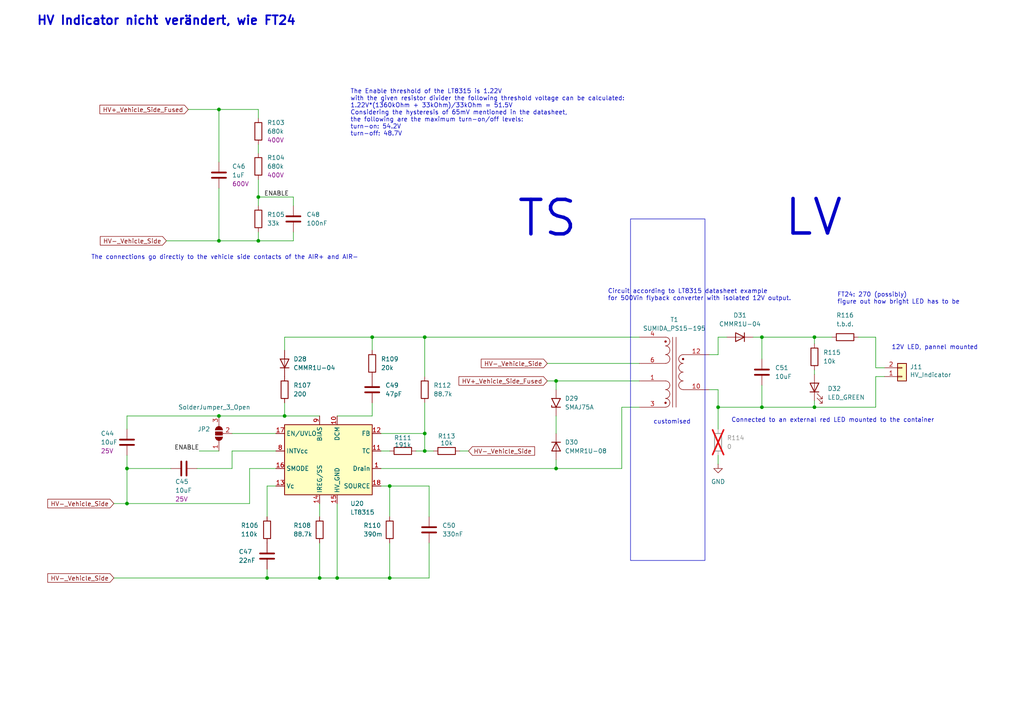
<source format=kicad_sch>
(kicad_sch (version 20250114) (generator "eeschema") (generator_version "9.0")
  (paper "A4")
  (title_block (title "HV Indicator Driver") (date "2025-03-09") (rev "V1") (comment 1 "Lene Marquardt"))
  (lib_symbols
    (symbol "Connector_Generic:Conn_01x02" (pin_names (offset 1.016) (hide yes))
      (property "Reference" "J" (at 0 2.54 0))
      (property "Value" "Conn_01x02" (at 0 -5.08 0))
      (symbol "Conn_01x02_1_1"
        (rectangle (start -1.27 1.27) (end 1.27 -3.81) (stroke (width 0.254)) (fill (type background)))
        (rectangle (start -1.27 0.127) (end 0 -0.127) (stroke (width 0.1524)))
        (rectangle (start -1.27 -2.413) (end 0 -2.667) (stroke (width 0.1524)))
        (pin passive line (at -5.08 0 0) (length 3.81) (name "Pin_1") (number "1"))
        (pin passive line (at -5.08 -2.54 0) (length 3.81) (name "Pin_2") (number "2"))
      )
    )
    (symbol "Device:C" (pin_numbers (hide yes)) (pin_names (offset 0.254))
      (property "Reference" "C" (at 0.635 2.54 0))
      (property "Value" "C" (at 0.635 -2.54 0))
      (symbol "C_0_1"
        (polyline (pts (xy -2.032 0.762) (xy 2.032 0.762)) (stroke (width 0.508)))
        (polyline (pts (xy -2.032 -0.762) (xy 2.032 -0.762)) (stroke (width 0.508)))
      )
      (symbol "C_1_1"
        (pin passive line (at 0 3.81 270) (length 2.794) (name "~") (number "1"))
        (pin passive line (at 0 -3.81 90) (length 2.794) (name "~") (number "2"))
      )
    )
    (symbol "Device:LED" (pin_numbers (hide yes)) (pin_names (offset 1.016) (hide yes))
      (property "Reference" "D" (at 0 2.54 0))
      (property "Value" "LED" (at 0 -2.54 0))
      (symbol "LED_0_1"
        (polyline (pts (xy -3.048 -0.762) (xy -4.572 -2.286) (xy -3.81 -2.286) (xy -4.572 -2.286) (xy -4.572 -1.524)))
        (polyline (pts (xy -1.778 -0.762) (xy -3.302 -2.286) (xy -2.54 -2.286) (xy -3.302 -2.286) (xy -3.302 -1.524)))
        (polyline (pts (xy -1.27 0) (xy 1.27 0)))
        (polyline (pts (xy -1.27 -1.27) (xy -1.27 1.27)) (stroke (width 0.254)))
        (polyline (pts (xy 1.27 -1.27) (xy 1.27 1.27) (xy -1.27 0) (xy 1.27 -1.27)) (stroke (width 0.254)))
      )
      (symbol "LED_1_1"
        (pin passive line (at -3.81 0 0) (length 2.54) (name "K") (number "1"))
        (pin passive line (at 3.81 0 180) (length 2.54) (name "A") (number "2"))
      )
    )
    (symbol "Device:R" (pin_numbers (hide yes)) (pin_names (offset 0))
      (property "Reference" "R" (at 2.032 0 90))
      (property "Value" "R" (at 0 0 90))
      (symbol "R_0_1"
        (rectangle (start -1.016 -2.54) (end 1.016 2.54) (stroke (width 0.254)))
      )
      (symbol "R_1_1"
        (pin passive line (at 0 3.81 270) (length 1.27) (name "~") (number "1"))
        (pin passive line (at 0 -3.81 90) (length 1.27) (name "~") (number "2"))
      )
    )
    (symbol "HV_Indicator:CMMR1U-04" (pin_numbers (hide yes)) (pin_names (offset 1.016) (hide yes))
      (property "Reference" "D" (at 0 2.54 0))
      (property "Value" "CMMR1U-04" (at 0 -2.54 0))
      (symbol "CMMR1U-04_0_1"
        (polyline (pts (xy -1.27 1.27) (xy -1.27 -1.27)) (stroke (width 0.254)))
        (polyline (pts (xy 1.27 1.27) (xy 1.27 -1.27) (xy -1.27 0) (xy 1.27 1.27)) (stroke (width 0.254)))
        (polyline (pts (xy 1.27 0) (xy -1.27 0)))
      )
      (symbol "CMMR1U-04_1_1"
        (pin passive line (at -3.81 0 0) (length 2.54) (name "K") (number "1"))
        (pin passive line (at 3.81 0 180) (length 2.54) (name "A") (number "2"))
      )
    )
    (symbol "HV_Indicator:CMMR1U-08" (pin_numbers (hide yes)) (pin_names (offset 1.016) (hide yes))
      (property "Reference" "D" (at 0 2.54 0))
      (property "Value" "CMMR1U-08" (at 0 -2.54 0))
      (symbol "CMMR1U-08_0_1"
        (polyline (pts (xy -1.27 1.27) (xy -1.27 -1.27)) (stroke (width 0.254)))
        (polyline (pts (xy 1.27 1.27) (xy 1.27 -1.27) (xy -1.27 0) (xy 1.27 1.27)) (stroke (width 0.254)))
        (polyline (pts (xy 1.27 0) (xy -1.27 0)))
      )
      (symbol "CMMR1U-08_1_1"
        (pin passive line (at -3.81 0 0) (length 2.54) (name "K") (number "1"))
        (pin passive line (at 3.81 0 180) (length 2.54) (name "A") (number "2"))
      )
    )
    (symbol "HV_Indicator:LT8315"
      (property "Reference" "U901" (at 6.35 -12.7 0))
      (property "Value" "LT8315" (at 6.35 -15.24 0))
      (symbol "LT8315_0_1"
        (rectangle (start -12.7 10.16) (end 12.7 -10.16) (stroke (width 0.254)) (fill (type background)))
      )
      (symbol "LT8315_1_1"
        (pin input line (at -15.24 7.62 0) (length 2.54) (name "EN/UVLO") (number "17"))
        (pin passive line (at -15.24 2.54 0) (length 2.54) (name "INTVcc") (number "8"))
        (pin input line (at -15.24 -2.54 0) (length 2.54) (name "SMODE") (number "16"))
        (pin input line (at -15.24 -7.62 0) (length 2.54) (name "Vc") (number "13"))
        (pin no_connect line (at -7.62 -12.7 90) (length 2.54) (hide yes) (name "N.C.") (number "19"))
        (pin passive line (at -2.54 12.7 270) (length 2.54) (name "BIAS") (number "9"))
        (pin input line (at -2.54 -12.7 90) (length 2.54) (name "IREG/SS") (number "14"))
        (pin passive line (at 2.54 12.7 270) (length 2.54) (name "DCM") (number "10"))
        (pin power_in line (at 2.54 -12.7 90) (length 2.54) (name "HV_GND") (number "15"))
        (pin power_in line (at 2.54 -12.7 90) (length 2.54) (hide yes) (name "HV_GND") (number "20"))
        (pin power_in line (at 2.54 -12.7 90) (length 2.54) (hide yes) (name "HV_GND") (number "21"))
        (pin input line (at 15.24 7.62 180) (length 2.54) (name "FB") (number "12"))
        (pin input line (at 15.24 2.54 180) (length 2.54) (name "TC") (number "11"))
        (pin open_collector line (at 15.24 -2.54 180) (length 2.54) (name "Drain") (number "1"))
        (pin open_collector line (at 15.24 -2.54 180) (length 2.54) (hide yes) (name "Drain") (number "2"))
        (pin open_collector line (at 15.24 -2.54 180) (length 2.54) (hide yes) (name "Drain") (number "3"))
        (pin passive line (at 15.24 -7.62 180) (length 2.54) (name "SOURCE") (number "18"))
      )
    )
    (symbol "HV_Indicator:SMAJ75A" (pin_numbers (hide yes)) (pin_names (offset 1.016) (hide yes))
      (property "Reference" "D" (at 0 2.54 0))
      (property "Value" "SMAJ75A" (at 0 -2.54 0))
      (symbol "SMAJ75A_0_1"
        (polyline (pts (xy -0.762 1.27) (xy -1.27 1.27) (xy -1.27 -1.27)) (stroke (width 0.254)))
        (polyline (pts (xy 1.27 1.27) (xy 1.27 -1.27) (xy -1.27 0) (xy 1.27 1.27)) (stroke (width 0.254)))
      )
      (symbol "SMAJ75A_1_1"
        (pin passive line (at -3.81 0 0) (length 2.54) (name "A1") (number "1"))
        (pin passive line (at 3.81 0 180) (length 2.54) (name "A2") (number "2"))
      )
    )
    (symbol "HV_Indicator:SUMIDA_PS15-195" (pin_names (offset 1.016) (hide yes))
      (property "Reference" "T" (at 0 12.7 0))
      (property "Value" "SUMIDA_PS15-195" (at 0 -12.7 0))
      (symbol "SUMIDA_PS15-195_0_1"
        (circle (center -2.54 8.89) (radius 0.254) (fill (type outline)))
        (circle (center -2.54 -8.89) (radius 0.254) (fill (type outline)))
        (arc (start -1.2954 8.89) (mid -1.6599 8.0099) (end -2.54 7.6454))
        (arc (start -1.2954 6.35) (mid -1.6599 5.4699) (end -2.54 5.1054))
        (arc (start -1.2954 3.81) (mid -1.6599 2.9299) (end -2.54 2.5654))
        (arc (start -1.2954 -3.81) (mid -1.6599 -4.6901) (end -2.54 -5.0546))
        (arc (start -1.2954 -6.35) (mid -1.6599 -7.2301) (end -2.54 -7.5946))
        (arc (start -1.2954 -8.89) (mid -1.6599 -9.7701) (end -2.54 -10.1346))
        (arc (start -2.54 10.16) (mid -1.6456 9.7916) (end -1.2954 8.89))
        (arc (start -2.54 7.62) (mid -1.6456 7.2516) (end -1.2954 6.35))
        (arc (start -2.54 5.08) (mid -1.6456 4.7116) (end -1.2954 3.81))
        (arc (start -2.54 -2.54) (mid -1.6456 -2.9084) (end -1.2954 -3.81))
        (arc (start -2.54 -5.08) (mid -1.6456 -5.4484) (end -1.2954 -6.35))
        (arc (start -2.54 -7.62) (mid -1.6456 -7.9884) (end -1.2954 -8.89))
        (polyline (pts (xy -0.508 10.16) (xy -0.508 -10.16)))
        (polyline (pts (xy 0.508 -10.16) (xy 0.508 10.16)))
        (arc (start 1.27 3.81) (mid 1.642 4.708) (end 2.54 5.08))
        (circle (center 2.54 3.81) (radius 0.254) (fill (type outline)))
        (arc (start 1.27 1.27) (mid 1.642 2.168) (end 2.54 2.54))
        (arc (start 1.27 -1.27) (mid 1.642 -0.372) (end 2.54 0))
        (arc (start 1.27 -3.81) (mid 1.642 -2.912) (end 2.54 -2.54))
        (arc (start 2.54 2.5654) (mid 1.656 2.9336) (end 1.27 3.81))
        (arc (start 2.54 0.0254) (mid 1.656 0.3936) (end 1.27 1.27))
        (arc (start 2.54 -2.5146) (mid 1.656 -2.1464) (end 1.27 -1.27))
        (arc (start 2.54 -5.0546) (mid 1.656 -4.6864) (end 1.27 -3.81))
      )
      (symbol "SUMIDA_PS15-195_1_1"
        (pin passive line (at -10.16 10.16 0) (length 7.62) (name "~") (number "4"))
        (pin passive line (at -10.16 2.54 0) (length 7.62) (name "~") (number "6"))
        (pin passive line (at -10.16 -2.54 0) (length 7.62) (name "SC") (number "1"))
        (pin passive line (at -10.16 -10.16 0) (length 7.62) (name "SD") (number "3"))
        (pin passive line (at 10.16 5.08 180) (length 7.62) (name "AA") (number "12"))
        (pin passive line (at 10.16 -5.08 180) (length 7.62) (name "AB") (number "10"))
      )
    )
    (symbol "Jumper:SolderJumper_3_Open" (pin_names (offset 0) (hide yes))
      (property "Reference" "JP" (at -2.54 -2.54 0))
      (property "Value" "SolderJumper_3_Open" (at 0 2.794 0))
      (symbol "SolderJumper_3_Open_0_1"
        (polyline (pts (xy -2.54 0) (xy -2.032 0)))
        (polyline (pts (xy -1.016 1.016) (xy -1.016 -1.016)))
        (arc (start -1.016 -1.016) (mid -2.0276 0) (end -1.016 1.016))
        (arc (start -1.016 -1.016) (mid -2.0276 0) (end -1.016 1.016) (fill (type outline)))
        (rectangle (start -0.508 1.016) (end 0.508 -1.016) (fill (type outline)))
        (polyline (pts (xy 0 -1.27) (xy 0 -1.016)))
        (arc (start 1.016 1.016) (mid 2.0276 0) (end 1.016 -1.016))
        (arc (start 1.016 1.016) (mid 2.0276 0) (end 1.016 -1.016) (fill (type outline)))
        (polyline (pts (xy 1.016 1.016) (xy 1.016 -1.016)))
        (polyline (pts (xy 2.54 0) (xy 2.032 0)))
      )
      (symbol "SolderJumper_3_Open_1_1"
        (pin passive line (at -5.08 0 0) (length 2.54) (name "A") (number "1"))
        (pin passive line (at 0 -3.81 90) (length 2.54) (name "C") (number "2"))
        (pin passive line (at 5.08 0 180) (length 2.54) (name "B") (number "3"))
      )
    )
    (symbol "power:GND" (power) (pin_numbers (hide yes)) (pin_names (offset 0) (hide yes))
      (property "Value" "GND" (at 0 -3.81 0))
      (symbol "GND_0_1"
        (polyline (pts (xy 0 0) (xy 0 -1.27) (xy 1.27 -1.27) (xy 0 -2.54) (xy -1.27 -1.27) (xy 0 -1.27)))
      )
      (symbol "GND_1_1"
        (pin power_in line (at 0 0 270) (length 0) (name "~") (number "1"))
      )
    )
  )
  (rectangle (start 182.88 63.5) (end 204.47 162.56))
  (text "FT24: 270 (possibly)\nfigure out how bright LED has to be" (at 242.824 86.614 0) (effects (font (size 1.27 1.27)) (justify left)))
  (text "Connected to an external red LED mounted to the container\n" (at 212.09 122.682 0) (effects (font (size 1.27 1.27)) (justify left bottom)))
  (text "The Enable threshold of the LT8315 is 1.22V\nwith the given resistor divider the following threshold voltage can be calculated:\n1.22V*(1360kOhm + 33kOhm)/33kOhm = 51.5V\nConsidering the hysteresis of 65mV mentioned in the datasheet,\nthe following are the maximum turn-on/off levels:\nturn-on: 54.2V\nturn-off: 48.7V\n" (at 101.6 39.624 0) (effects (font (size 1.27 1.27)) (justify left bottom)))
  (text "HV Indicator nicht verändert, wie FT24" (at 48.26 6.096 0) (effects (font (size 2.54 2.54) (thickness 0.508) (bold yes))))
  (text "customised" (at 189.484 122.428 0) (effects (font (size 1.27 1.27)) (justify left)))
  (text "12V LED, pannel mounted " (at 258.572 100.838 0) (effects (font (size 1.27 1.27)) (justify left)))
  (text "Circuit according to LT8315 datasheet example\nfor 500Vin flyback converter with isolated 12V output." (at 176.276 87.376 0) (effects (font (size 1.27 1.27)) (justify left bottom)))
  (text "LV" (at 235.966 63.246 0) (effects (font (size 10 10) (thickness 1.016) (bold yes))))
  (text "TS" (at 158.75 63.5 0) (effects (font (size 10 10) (thickness 1.016) (bold yes))))
  (text "The connections go directly to the vehicle side contacts of the AIR+ and AIR-" (at 26.416 75.438 0) (effects (font (size 1.27 1.27)) (justify left bottom)))
  (junction (at 161.29 135.89))
  (junction (at 74.93 57.15))
  (junction (at 220.98 118.11))
  (junction (at 113.03 140.97))
  (junction (at 82.55 120.65))
  (junction (at 36.83 146.05))
  (junction (at 97.79 167.64))
  (junction (at 63.5 120.65))
  (junction (at 36.83 135.89))
  (junction (at 123.19 130.81))
  (junction (at 92.71 167.64))
  (junction (at 236.22 97.79))
  (junction (at 220.98 97.79))
  (junction (at 113.03 167.64))
  (junction (at 63.5 31.75))
  (junction (at 123.19 97.79))
  (junction (at 161.29 110.49))
  (junction (at 236.22 118.11))
  (junction (at 77.47 167.64))
  (junction (at 74.93 69.85))
  (junction (at 63.5 69.85))
  (junction (at 107.95 97.79))
  (junction (at 208.28 118.11))
  (junction (at 123.19 125.73))
  (wire (pts (xy 123.19 125.73) (xy 110.49 125.73)))
  (wire (pts (xy 256.54 109.22) (xy 254 109.22)))
  (wire (pts (xy 74.93 69.85) (xy 63.5 69.85)))
  (wire (pts (xy 123.19 109.22) (xy 123.19 97.79)))
  (wire (pts (xy 254 97.79) (xy 248.92 97.79)))
  (wire (pts (xy 72.39 135.89) (xy 80.01 135.89)))
  (wire (pts (xy 82.55 97.79) (xy 107.95 97.79)))
  (wire (pts (xy 77.47 149.86) (xy 77.47 140.97)))
  (wire (pts (xy 63.5 54.61) (xy 63.5 69.85)))
  (wire (pts (xy 254 106.68) (xy 254 97.79)))
  (wire (pts (xy 254 109.22) (xy 254 118.11)))
  (wire (pts (xy 72.39 135.89) (xy 72.39 146.05)))
  (wire (pts (xy 77.47 167.64) (xy 77.47 165.1)))
  (wire (pts (xy 36.83 146.05) (xy 72.39 146.05)))
  (wire (pts (xy 123.19 130.81) (xy 123.19 125.73)))
  (wire (pts (xy 220.98 97.79) (xy 236.22 97.79)))
  (wire (pts (xy 63.5 120.65) (xy 82.55 120.65)))
  (wire (pts (xy 123.19 130.81) (xy 125.73 130.81)))
  (wire (pts (xy 180.34 118.11) (xy 180.34 135.89)))
  (wire (pts (xy 113.03 157.48) (xy 113.03 167.64)))
  (wire (pts (xy 92.71 167.64) (xy 97.79 167.64)))
  (wire (pts (xy 236.22 116.205) (xy 236.22 118.11)))
  (wire (pts (xy 205.74 102.87) (xy 208.28 102.87)))
  (wire (pts (xy 36.83 135.89) (xy 49.53 135.89)))
  (wire (pts (xy 158.75 105.41) (xy 185.42 105.41)))
  (wire (pts (xy 74.93 34.29) (xy 74.93 31.75)))
  (wire (pts (xy 161.29 133.35) (xy 161.29 135.89)))
  (wire (pts (xy 208.28 102.87) (xy 208.28 97.79)))
  (wire (pts (xy 161.29 110.49) (xy 161.29 113.03)))
  (wire (pts (xy 208.28 132.08) (xy 208.28 134.62)))
  (wire (pts (xy 124.46 167.64) (xy 113.03 167.64)))
  (wire (pts (xy 180.34 135.89) (xy 161.29 135.89)))
  (wire (pts (xy 236.22 97.79) (xy 236.22 99.695)))
  (wire (pts (xy 92.71 167.64) (xy 77.47 167.64)))
  (wire (pts (xy 123.19 97.79) (xy 107.95 97.79)))
  (wire (pts (xy 33.02 146.05) (xy 36.83 146.05)))
  (wire (pts (xy 57.785 130.81) (xy 63.5 130.81)))
  (wire (pts (xy 36.83 120.65) (xy 36.83 124.46)))
  (wire (pts (xy 110.49 130.81) (xy 113.03 130.81)))
  (wire (pts (xy 220.98 111.76) (xy 220.98 118.11)))
  (wire (pts (xy 82.55 97.79) (xy 82.55 101.6)))
  (wire (pts (xy 110.49 135.89) (xy 161.29 135.89)))
  (wire (pts (xy 74.93 57.15) (xy 74.93 59.69)))
  (wire (pts (xy 208.28 118.11) (xy 208.28 124.46)))
  (wire (pts (xy 236.22 107.315) (xy 236.22 108.585)))
  (wire (pts (xy 158.75 110.49) (xy 161.29 110.49)))
  (wire (pts (xy 208.28 113.03) (xy 208.28 118.11)))
  (wire (pts (xy 185.42 110.49) (xy 161.29 110.49)))
  (wire (pts (xy 36.83 120.65) (xy 63.5 120.65)))
  (wire (pts (xy 113.03 140.97) (xy 113.03 149.86)))
  (wire (pts (xy 85.09 67.31) (xy 85.09 69.85)))
  (wire (pts (xy 97.79 120.65) (xy 107.95 120.65)))
  (wire (pts (xy 63.5 31.75) (xy 63.5 46.99)))
  (wire (pts (xy 107.95 97.79) (xy 107.95 101.6)))
  (wire (pts (xy 97.79 167.64) (xy 113.03 167.64)))
  (wire (pts (xy 236.22 97.79) (xy 241.3 97.79)))
  (wire (pts (xy 74.93 67.31) (xy 74.93 69.85)))
  (wire (pts (xy 36.83 135.89) (xy 36.83 146.05)))
  (wire (pts (xy 74.93 52.07) (xy 74.93 57.15)))
  (wire (pts (xy 256.54 106.68) (xy 254 106.68)))
  (wire (pts (xy 67.31 130.81) (xy 80.01 130.81)))
  (wire (pts (xy 82.55 120.65) (xy 92.71 120.65)))
  (wire (pts (xy 123.19 97.79) (xy 185.42 97.79)))
  (wire (pts (xy 74.93 31.75) (xy 63.5 31.75)))
  (wire (pts (xy 97.79 146.05) (xy 97.79 167.64)))
  (wire (pts (xy 220.98 97.79) (xy 218.44 97.79)))
  (wire (pts (xy 74.93 41.91) (xy 74.93 44.45)))
  (wire (pts (xy 208.28 97.79) (xy 210.82 97.79)))
  (wire (pts (xy 220.98 97.79) (xy 220.98 104.14)))
  (wire (pts (xy 67.31 125.73) (xy 80.01 125.73)))
  (wire (pts (xy 57.15 135.89) (xy 67.31 135.89)))
  (wire (pts (xy 120.65 130.81) (xy 123.19 130.81)))
  (wire (pts (xy 74.93 57.15) (xy 85.09 57.15)))
  (wire (pts (xy 33.02 167.64) (xy 77.47 167.64)))
  (wire (pts (xy 54.61 31.75) (xy 63.5 31.75)))
  (wire (pts (xy 124.46 157.48) (xy 124.46 167.64)))
  (wire (pts (xy 110.49 140.97) (xy 113.03 140.97)))
  (wire (pts (xy 236.22 118.11) (xy 220.98 118.11)))
  (wire (pts (xy 133.35 130.81) (xy 135.89 130.81)))
  (wire (pts (xy 48.26 69.85) (xy 63.5 69.85)))
  (wire (pts (xy 82.55 116.84) (xy 82.55 120.65)))
  (wire (pts (xy 107.95 116.84) (xy 107.95 120.65)))
  (wire (pts (xy 124.46 149.86) (xy 124.46 140.97)))
  (wire (pts (xy 208.28 113.03) (xy 205.74 113.03)))
  (wire (pts (xy 85.09 59.69) (xy 85.09 57.15)))
  (wire (pts (xy 92.71 146.05) (xy 92.71 149.86)))
  (wire (pts (xy 77.47 140.97) (xy 80.01 140.97)))
  (wire (pts (xy 254 118.11) (xy 236.22 118.11)))
  (wire (pts (xy 92.71 157.48) (xy 92.71 167.64)))
  (wire (pts (xy 123.19 116.84) (xy 123.19 125.73)))
  (wire (pts (xy 67.31 135.89) (xy 67.31 130.81)))
  (wire (pts (xy 161.29 120.65) (xy 161.29 125.73)))
  (wire (pts (xy 124.46 140.97) (xy 113.03 140.97)))
  (wire (pts (xy 185.42 118.11) (xy 180.34 118.11)))
  (wire (pts (xy 36.83 132.08) (xy 36.83 135.89)))
  (wire (pts (xy 85.09 69.85) (xy 74.93 69.85)))
  (wire (pts (xy 208.28 118.11) (xy 220.98 118.11)))
  (label "ENABLE" (at 57.785 130.81 180))
  (label "ENABLE" (at 83.82 57.15 180))
  (global_label "HV-_Vehicle_Side" (shape input) (at 48.26 69.85 180) (property "Intersheetrefs" "${INTERSHEET_REFS}" (effects (hide yes))))
  (global_label "HV-_Vehicle_Side" (shape input) (at 33.02 167.64 180) (property "Intersheetrefs" "${INTERSHEET_REFS}" (effects (hide yes))))
  (global_label "HV+_Vehicle_Side_Fused" (shape input) (at 54.61 31.75 180) (property "Intersheetrefs" "${INTERSHEET_REFS}" (effects (hide yes))))
  (global_label "HV-_Vehicle_Side" (shape input) (at 33.02 146.05 180) (property "Intersheetrefs" "${INTERSHEET_REFS}" (effects (hide yes))))
  (global_label "HV-_Vehicle_Side" (shape input) (at 135.89 130.81 0) (property "Intersheetrefs" "${INTERSHEET_REFS}" (effects (hide yes))))
  (global_label "HV+_Vehicle_Side_Fused" (shape input) (at 158.75 110.49 180) (property "Intersheetrefs" "${INTERSHEET_REFS}" (effects (hide yes))))
  (global_label "HV-_Vehicle_Side" (shape input) (at 158.75 105.41 180) (property "Intersheetrefs" "${INTERSHEET_REFS}" (effects (hide yes))))
  (symbol (lib_id "HV_Indicator:CMMR1U-04") (at 214.63 97.79 180) (unit 1)
    (property "Reference" "D31" (at 214.63 91.44 0))
    (property "Value" "CMMR1U-04" (at 214.63 93.98 0))
    (property "Footprint" "Diode_SMD:D_SOD-123F" (effects (hide yes)))
    (property "Datasheet" "https://www.mouser.de/datasheet/2/68/CSEMS02975_1-2539073.pdf" (effects (hide yes)))
    (property "Description" "Diode, Vr=400V, I=1.0A" (effects (hide yes)))
  )
  (symbol (lib_id "HV_Indicator:CMMR1U-08") (at 161.29 129.54 270) (unit 1)
    (property "Reference" "D30" (at 163.83 128.27 90) (effects (justify left)))
    (property "Value" "CMMR1U-08" (at 163.83 130.81 90) (effects (justify left)))
    (property "Footprint" "Diode_SMD:D_SOD-123F" (effects (hide yes)))
    (property "Datasheet" "https://www.mouser.de/datasheet/2/68/CSEMS02975_1-2539073.pdf" (effects (hide yes)))
    (property "Description" "Diode, Vr=800V, I=1.0A" (effects (hide yes)))
  )
  (symbol (lib_id "Device:R") (at 208.28 128.27 0) (unit 1) (dnp yes)
    (property "Reference" "R114" (at 210.82 126.9999 0) (effects (justify left)))
    (property "Value" "0" (at 210.82 129.5399 0) (effects (justify left)))
    (property "Footprint" "Resistor_SMD:R_2512_6332Metric" (effects (hide yes)))
    (property "Description" "Resistor" (effects (hide yes)))
  )
  (symbol (lib_id "Device:R") (at 82.55 113.03 0) (unit 1)
    (property "Reference" "R107" (at 85.09 111.76 0) (effects (justify left)))
    (property "Value" "200" (at 85.09 114.3 0) (effects (justify left)))
    (property "Footprint" "Resistor_SMD:R_0603_1608Metric" (effects (hide yes)))
    (property "Description" "Resistor" (effects (hide yes)))
  )
  (symbol (lib_id "HV_Indicator:CMMR1U-04") (at 82.55 105.41 90) (unit 1)
    (property "Reference" "D28" (at 85.09 104.14 90) (effects (justify right)))
    (property "Value" "CMMR1U-04" (at 85.09 106.68 90) (effects (justify right)))
    (property "Footprint" "Diode_SMD:D_SOD-123F" (effects (hide yes)))
    (property "Datasheet" "https://www.mouser.de/datasheet/2/68/CSEMS02975_1-2539073.pdf" (effects (hide yes)))
    (property "Description" "Diode, Vr=400V, I=1.0A" (effects (hide yes)))
  )
  (symbol (lib_id "Device:C") (at 124.46 153.67 0) (unit 1)
    (property "Reference" "C50" (at 128.27 152.4 0) (effects (justify left)))
    (property "Value" "330nF" (at 128.27 154.94 0) (effects (justify left)))
    (property "Footprint" "Capacitor_SMD:C_0603_1608Metric" (effects (hide yes)))
    (property "Description" "Unpolarized capacitor" (effects (hide yes)))
  )
  (symbol (lib_id "Jumper:SolderJumper_3_Open") (at 63.5 125.73 90) (unit 1)
    (property "Reference" "JP2" (at 60.96 124.46 90) (effects (justify left)))
    (property "Value" "SolderJumper_3_Open" (at 72.644 118.11 90) (effects (justify left)))
    (property "Footprint" "Jumper:SolderJumper-3_P1.3mm_Open_RoundedPad1.0x1.5mm" (effects (hide yes)))
    (property "Description" "Solder Jumper, 3-pole, open" (effects (hide yes)))
  )
  (symbol (lib_id "HV_Indicator:SUMIDA_PS15-195") (at 195.58 107.95 0) (unit 1)
    (property "Reference" "T1" (at 195.58 92.71 0))
    (property "Value" "SUMIDA_PS15-195" (at 195.58 95.25 0))
    (property "Footprint" "HV_Indicator:sumida" (effects (hide yes)))
    (property "Datasheet" "custom" (effects (hide yes)))
    (property "Description" "Transformer, dual primary, single secondary" (effects (hide yes)))
  )
  (symbol (lib_id "Device:R") (at 245.11 97.79 90) (unit 1)
    (property "Reference" "R116" (at 245.11 91.44 90))
    (property "Value" "t.b.d." (at 245.11 93.98 90))
    (property "Footprint" "Resistor_SMD:R_0603_1608Metric" (effects (hide yes)))
    (property "Description" "Resistor" (effects (hide yes)))
  )
  (symbol (lib_id "Device:R") (at 236.22 103.505 0) (unit 1)
    (property "Reference" "R115" (at 238.76 102.235 0) (effects (justify left)))
    (property "Value" "10k" (at 238.76 104.775 0) (effects (justify left)))
    (property "Footprint" "Resistor_SMD:R_0603_1608Metric" (effects (hide yes)))
    (property "Description" "Resistor" (effects (hide yes)))
  )
  (symbol (lib_id "Device:R") (at 74.93 63.5 0) (unit 1)
    (property "Reference" "R105" (at 77.47 62.23 0) (effects (justify left)))
    (property "Value" "33k" (at 77.47 64.77 0) (effects (justify left)))
    (property "Footprint" "Resistor_SMD:R_0603_1608Metric" (effects (hide yes)))
    (property "Description" "Resistor" (effects (hide yes)))
  )
  (symbol (lib_id "Device:R") (at 129.54 130.81 90) (unit 1)
    (property "Reference" "R113" (at 129.54 126.492 90))
    (property "Value" "10k" (at 129.54 128.524 90))
    (property "Footprint" "Resistor_SMD:R_0603_1608Metric" (effects (hide yes)))
    (property "Description" "Resistor" (effects (hide yes)))
  )
  (symbol (lib_id "Device:C") (at 220.98 107.95 0) (unit 1)
    (property "Reference" "C51" (at 224.79 106.68 0) (effects (justify left)))
    (property "Value" "10uF" (at 224.79 109.22 0) (effects (justify left)))
    (property "Footprint" "Capacitor_SMD:C_1206_3216Metric" (effects (hide yes)))
    (property "Description" "Unpolarized capacitor" (effects (hide yes)))
  )
  (symbol (lib_id "Device:R") (at 74.93 38.1 0) (unit 1)
    (property "Reference" "R103" (at 77.47 35.56 0) (effects (justify left)))
    (property "Value" "680k" (at 77.47 38.1 0) (effects (justify left)))
    (property "Footprint" "Resistor_SMD:R_2010_5025Metric" (effects (hide yes)))
    (property "Description" "Resistor" (effects (hide yes)))
    (property "Voltage" "400V" (at 77.47 40.64 0) (effects (justify left)))
  )
  (symbol (lib_id "Device:C") (at 107.95 113.03 0) (unit 1)
    (property "Reference" "C49" (at 111.76 111.76 0) (effects (justify left)))
    (property "Value" "47pF" (at 111.76 114.3 0) (effects (justify left)))
    (property "Footprint" "Capacitor_SMD:C_0603_1608Metric" (effects (hide yes)))
    (property "Description" "Unpolarized capacitor" (effects (hide yes)))
  )
  (symbol (lib_id "Device:C") (at 53.34 135.89 90) (unit 1)
    (property "Reference" "C45" (at 50.8 139.7 90) (effects (justify right)))
    (property "Value" "10uF" (at 50.8 142.24 90) (effects (justify right)))
    (property "Footprint" "Capacitor_SMD:C_1206_3216Metric" (effects (hide yes)))
    (property "Description" "Unpolarized capacitor" (effects (hide yes)))
    (property "Voltage" "25V" (at 50.8 144.78 90) (effects (justify right)))
  )
  (symbol (lib_id "Device:R") (at 116.84 130.81 90) (unit 1)
    (property "Reference" "R111" (at 116.84 127 90))
    (property "Value" "191k" (at 116.84 129.032 90))
    (property "Footprint" "Resistor_SMD:R_0603_1608Metric" (effects (hide yes)))
    (property "Description" "Resistor" (effects (hide yes)))
  )
  (symbol (lib_id "power:GND") (at 208.28 134.62 0) (unit 1)
    (property "Reference" "#PWR0106" (effects (hide yes)))
    (property "Value" "GND" (at 208.28 139.7 0))
    (property "Description" "Power symbol creates a global label with name \"GND\" , ground" (effects (hide yes)))
  )
  (symbol (lib_id "Device:C") (at 77.47 161.29 0) (unit 1)
    (property "Reference" "C47" (at 69.215 160.02 0) (effects (justify left)))
    (property "Value" "22nF" (at 69.215 162.56 0) (effects (justify left)))
    (property "Footprint" "Capacitor_SMD:C_0603_1608Metric" (effects (hide yes)))
    (property "Description" "Unpolarized capacitor" (effects (hide yes)))
  )
  (symbol (lib_id "Device:C") (at 63.5 50.8 0) (unit 1)
    (property "Reference" "C46" (at 67.31 48.26 0) (effects (justify left)))
    (property "Value" "1uF" (at 67.31 50.8 0) (effects (justify left)))
    (property "Footprint" "Capacitor_SMD:C_1812_4532Metric" (effects (hide yes)))
    (property "Description" "Unpolarized capacitor" (effects (hide yes)))
    (property "Voltage" "600V" (at 67.31 53.34 0) (effects (justify left)))
  )
  (symbol (lib_id "Device:C") (at 36.83 128.27 180) (unit 1)
    (property "Reference" "C44" (at 29.21 125.73 0) (effects (justify right)))
    (property "Value" "10uF" (at 29.21 128.27 0) (effects (justify right)))
    (property "Footprint" "Capacitor_SMD:C_1206_3216Metric" (effects (hide yes)))
    (property "Description" "Unpolarized capacitor" (effects (hide yes)))
    (property "Voltage" "25V" (at 29.21 130.81 0) (effects (justify right)))
  )
  (symbol (lib_id "Device:C") (at 85.09 63.5 0) (unit 1)
    (property "Reference" "C48" (at 88.9 62.23 0) (effects (justify left)))
    (property "Value" "100nF" (at 88.9 64.77 0) (effects (justify left)))
    (property "Footprint" "Capacitor_SMD:C_0603_1608Metric" (effects (hide yes)))
    (property "Description" "Unpolarized capacitor" (effects (hide yes)))
  )
  (symbol (lib_id "HV_Indicator:LT8315") (at 95.25 133.35 0) (unit 1)
    (property "Reference" "U20" (at 101.6 146.05 0) (effects (justify left)))
    (property "Value" "LT8315" (at 101.6 148.59 0) (effects (justify left)))
    (property "Footprint" "HV_Indicator:LT8315" (effects (hide yes)))
    (property "Datasheet" "https://www.analog.com/media/en/technical-documentation/data-sheets/8315fa.pdf" (effects (hide yes)))
  )
  (symbol (lib_id "Device:LED") (at 236.22 112.395 90) (unit 1)
    (property "Reference" "D32" (at 240.03 112.7125 90) (effects (justify right)))
    (property "Value" "LED_GREEN" (at 240.03 115.2525 90) (effects (justify right)))
    (property "Footprint" "LED_SMD:LED_0603_1608Metric" (effects (hide yes)))
    (property "Description" "Light emitting diode" (effects (hide yes)))
  )
  (symbol (lib_id "Device:R") (at 74.93 48.26 0) (unit 1)
    (property "Reference" "R104" (at 77.47 45.72 0) (effects (justify left)))
    (property "Value" "680k" (at 77.47 48.26 0) (effects (justify left)))
    (property "Footprint" "Resistor_SMD:R_2010_5025Metric" (effects (hide yes)))
    (property "Description" "Resistor" (effects (hide yes)))
    (property "Voltage" "400V" (at 77.47 50.8 0) (effects (justify left)))
  )
  (symbol (lib_id "Device:R") (at 107.95 105.41 180) (unit 1)
    (property "Reference" "R109" (at 110.49 104.14 0) (effects (justify right)))
    (property "Value" "20k" (at 110.49 106.68 0) (effects (justify right)))
    (property "Footprint" "Resistor_SMD:R_0603_1608Metric" (effects (hide yes)))
    (property "Description" "Resistor" (effects (hide yes)))
  )
  (symbol (lib_id "Device:R") (at 92.71 153.67 0) (unit 1)
    (property "Reference" "R108" (at 85.09 152.4 0) (effects (justify left)))
    (property "Value" "88.7k" (at 85.09 154.94 0) (effects (justify left)))
    (property "Footprint" "Resistor_SMD:R_0603_1608Metric" (effects (hide yes)))
    (property "Description" "Resistor" (effects (hide yes)))
  )
  (symbol (lib_id "Device:R") (at 123.19 113.03 180) (unit 1)
    (property "Reference" "R112" (at 125.73 111.76 0) (effects (justify right)))
    (property "Value" "88.7k" (at 125.73 114.3 0) (effects (justify right)))
    (property "Footprint" "Resistor_SMD:R_0603_1608Metric" (effects (hide yes)))
    (property "Description" "Resistor" (effects (hide yes)))
  )
  (symbol (lib_id "HV_Indicator:SMAJ75A") (at 161.29 116.84 90) (unit 1)
    (property "Reference" "D29" (at 163.83 115.57 90) (effects (justify right)))
    (property "Value" "SMAJ75A" (at 163.83 118.11 90) (effects (justify right)))
    (property "Footprint" "Diode_SMD:D_SMA" (effects (hide yes)))
    (property "Datasheet" "https://www.littelfuse.com/media?resourcetype=datasheets&itemid=75e32973-b177-4ee3-a0ff-cedaf1abdb93&filename=smaj-datasheet" (effects (hide yes)))
    (property "Description" "400W unidirectional Transil Transient Voltage Suppressor, 75.0Vrwm, DO-214AC" (effects (hide yes)))
  )
  (symbol (lib_id "Device:R") (at 77.47 153.67 0) (unit 1)
    (property "Reference" "R106" (at 69.85 152.4 0) (effects (justify left)))
    (property "Value" "110k" (at 69.85 154.94 0) (effects (justify left)))
    (property "Footprint" "Resistor_SMD:R_0603_1608Metric" (effects (hide yes)))
    (property "Description" "Resistor" (effects (hide yes)))
  )
  (symbol (lib_id "Device:R") (at 113.03 153.67 0) (unit 1)
    (property "Reference" "R110" (at 105.41 152.4 0) (effects (justify left)))
    (property "Value" "390m" (at 105.41 154.94 0) (effects (justify left)))
    (property "Footprint" "Resistor_SMD:R_0805_2012Metric" (effects (hide yes)))
    (property "Description" "Resistor" (effects (hide yes)))
  )
  (symbol (lib_id "Connector_Generic:Conn_01x02") (at 261.62 109.22 0) (mirror x) (unit 1)
    (property "Reference" "J11" (at 263.906 106.4261 0) (effects (justify left)))
    (property "Value" "HV_Indicator" (at 263.906 108.712 0) (effects (justify left)))
    (property "Footprint" "FaSTTUBe_connectors:Micro_Mate-N-Lok_2p_vertical" (effects (hide yes)))
    (property "Description" "Generic connector, single row, 01x02, script generated (kicad-library-utils/schlib/autogen/connector/)" (effects (hide yes)))
  )
)
</source>
